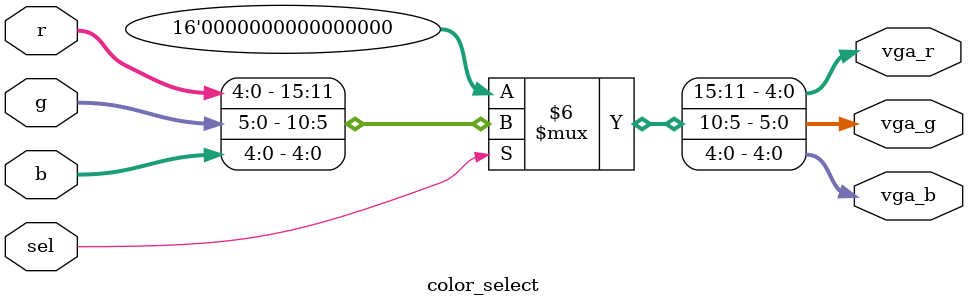
<source format=v>
`timescale 1ns / 1ps


module color_select(
    input wire sel,
    input wire [4:0] r,
    input wire [5:0] g,
    input wire [4:0] b,
    output reg [4:0] vga_r = 0,
    output reg [5:0] vga_g = 0,
    output reg [4:0] vga_b = 0
    );
    
always @ ( sel, r, b, g ) // rgb just for warning 
    begin
        case ( sel )
            1'b0: 
                begin
                    {vga_r, vga_g, vga_b} <= 16'b0;
                    //vga_r <= 5'b11111;
                    //vga_b <= 6'b111111;
                    //vga_g <= 5'b11111;
                end
            default:
                begin
                    {vga_r, vga_g, vga_b} <= {r, g, b};
                    //vga_r <= r;
                    //vga_b <= b;
                    //vga_g <= g;
                end
         endcase
    end 
    
endmodule

</source>
